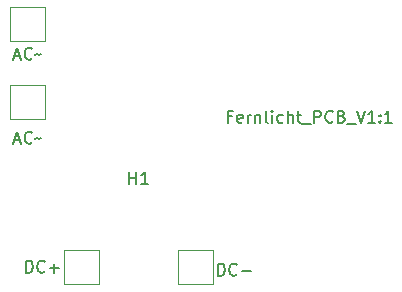
<source format=gbr>
%TF.GenerationSoftware,KiCad,Pcbnew,9.0.3*%
%TF.CreationDate,2025-12-28T20:16:34+01:00*%
%TF.ProjectId,Gleichrichter_Fernlicht,476c6569-6368-4726-9963-687465725f46,rev?*%
%TF.SameCoordinates,Original*%
%TF.FileFunction,Legend,Top*%
%TF.FilePolarity,Positive*%
%FSLAX46Y46*%
G04 Gerber Fmt 4.6, Leading zero omitted, Abs format (unit mm)*
G04 Created by KiCad (PCBNEW 9.0.3) date 2025-12-28 20:16:34*
%MOMM*%
%LPD*%
G01*
G04 APERTURE LIST*
%ADD10C,0.150000*%
%ADD11C,0.200000*%
%ADD12C,0.120000*%
%ADD13C,5.000000*%
%ADD14R,2.500000X2.500000*%
G04 APERTURE END LIST*
D10*
X152408761Y-107881009D02*
X152075428Y-107881009D01*
X152075428Y-108404819D02*
X152075428Y-107404819D01*
X152075428Y-107404819D02*
X152551618Y-107404819D01*
X153313523Y-108357200D02*
X153218285Y-108404819D01*
X153218285Y-108404819D02*
X153027809Y-108404819D01*
X153027809Y-108404819D02*
X152932571Y-108357200D01*
X152932571Y-108357200D02*
X152884952Y-108261961D01*
X152884952Y-108261961D02*
X152884952Y-107881009D01*
X152884952Y-107881009D02*
X152932571Y-107785771D01*
X152932571Y-107785771D02*
X153027809Y-107738152D01*
X153027809Y-107738152D02*
X153218285Y-107738152D01*
X153218285Y-107738152D02*
X153313523Y-107785771D01*
X153313523Y-107785771D02*
X153361142Y-107881009D01*
X153361142Y-107881009D02*
X153361142Y-107976247D01*
X153361142Y-107976247D02*
X152884952Y-108071485D01*
X153789714Y-108404819D02*
X153789714Y-107738152D01*
X153789714Y-107928628D02*
X153837333Y-107833390D01*
X153837333Y-107833390D02*
X153884952Y-107785771D01*
X153884952Y-107785771D02*
X153980190Y-107738152D01*
X153980190Y-107738152D02*
X154075428Y-107738152D01*
X154408762Y-107738152D02*
X154408762Y-108404819D01*
X154408762Y-107833390D02*
X154456381Y-107785771D01*
X154456381Y-107785771D02*
X154551619Y-107738152D01*
X154551619Y-107738152D02*
X154694476Y-107738152D01*
X154694476Y-107738152D02*
X154789714Y-107785771D01*
X154789714Y-107785771D02*
X154837333Y-107881009D01*
X154837333Y-107881009D02*
X154837333Y-108404819D01*
X155456381Y-108404819D02*
X155361143Y-108357200D01*
X155361143Y-108357200D02*
X155313524Y-108261961D01*
X155313524Y-108261961D02*
X155313524Y-107404819D01*
X155837334Y-108404819D02*
X155837334Y-107738152D01*
X155837334Y-107404819D02*
X155789715Y-107452438D01*
X155789715Y-107452438D02*
X155837334Y-107500057D01*
X155837334Y-107500057D02*
X155884953Y-107452438D01*
X155884953Y-107452438D02*
X155837334Y-107404819D01*
X155837334Y-107404819D02*
X155837334Y-107500057D01*
X156742095Y-108357200D02*
X156646857Y-108404819D01*
X156646857Y-108404819D02*
X156456381Y-108404819D01*
X156456381Y-108404819D02*
X156361143Y-108357200D01*
X156361143Y-108357200D02*
X156313524Y-108309580D01*
X156313524Y-108309580D02*
X156265905Y-108214342D01*
X156265905Y-108214342D02*
X156265905Y-107928628D01*
X156265905Y-107928628D02*
X156313524Y-107833390D01*
X156313524Y-107833390D02*
X156361143Y-107785771D01*
X156361143Y-107785771D02*
X156456381Y-107738152D01*
X156456381Y-107738152D02*
X156646857Y-107738152D01*
X156646857Y-107738152D02*
X156742095Y-107785771D01*
X157170667Y-108404819D02*
X157170667Y-107404819D01*
X157599238Y-108404819D02*
X157599238Y-107881009D01*
X157599238Y-107881009D02*
X157551619Y-107785771D01*
X157551619Y-107785771D02*
X157456381Y-107738152D01*
X157456381Y-107738152D02*
X157313524Y-107738152D01*
X157313524Y-107738152D02*
X157218286Y-107785771D01*
X157218286Y-107785771D02*
X157170667Y-107833390D01*
X157932572Y-107738152D02*
X158313524Y-107738152D01*
X158075429Y-107404819D02*
X158075429Y-108261961D01*
X158075429Y-108261961D02*
X158123048Y-108357200D01*
X158123048Y-108357200D02*
X158218286Y-108404819D01*
X158218286Y-108404819D02*
X158313524Y-108404819D01*
X158408763Y-108500057D02*
X159170667Y-108500057D01*
X159408763Y-108404819D02*
X159408763Y-107404819D01*
X159408763Y-107404819D02*
X159789715Y-107404819D01*
X159789715Y-107404819D02*
X159884953Y-107452438D01*
X159884953Y-107452438D02*
X159932572Y-107500057D01*
X159932572Y-107500057D02*
X159980191Y-107595295D01*
X159980191Y-107595295D02*
X159980191Y-107738152D01*
X159980191Y-107738152D02*
X159932572Y-107833390D01*
X159932572Y-107833390D02*
X159884953Y-107881009D01*
X159884953Y-107881009D02*
X159789715Y-107928628D01*
X159789715Y-107928628D02*
X159408763Y-107928628D01*
X160980191Y-108309580D02*
X160932572Y-108357200D01*
X160932572Y-108357200D02*
X160789715Y-108404819D01*
X160789715Y-108404819D02*
X160694477Y-108404819D01*
X160694477Y-108404819D02*
X160551620Y-108357200D01*
X160551620Y-108357200D02*
X160456382Y-108261961D01*
X160456382Y-108261961D02*
X160408763Y-108166723D01*
X160408763Y-108166723D02*
X160361144Y-107976247D01*
X160361144Y-107976247D02*
X160361144Y-107833390D01*
X160361144Y-107833390D02*
X160408763Y-107642914D01*
X160408763Y-107642914D02*
X160456382Y-107547676D01*
X160456382Y-107547676D02*
X160551620Y-107452438D01*
X160551620Y-107452438D02*
X160694477Y-107404819D01*
X160694477Y-107404819D02*
X160789715Y-107404819D01*
X160789715Y-107404819D02*
X160932572Y-107452438D01*
X160932572Y-107452438D02*
X160980191Y-107500057D01*
X161742096Y-107881009D02*
X161884953Y-107928628D01*
X161884953Y-107928628D02*
X161932572Y-107976247D01*
X161932572Y-107976247D02*
X161980191Y-108071485D01*
X161980191Y-108071485D02*
X161980191Y-108214342D01*
X161980191Y-108214342D02*
X161932572Y-108309580D01*
X161932572Y-108309580D02*
X161884953Y-108357200D01*
X161884953Y-108357200D02*
X161789715Y-108404819D01*
X161789715Y-108404819D02*
X161408763Y-108404819D01*
X161408763Y-108404819D02*
X161408763Y-107404819D01*
X161408763Y-107404819D02*
X161742096Y-107404819D01*
X161742096Y-107404819D02*
X161837334Y-107452438D01*
X161837334Y-107452438D02*
X161884953Y-107500057D01*
X161884953Y-107500057D02*
X161932572Y-107595295D01*
X161932572Y-107595295D02*
X161932572Y-107690533D01*
X161932572Y-107690533D02*
X161884953Y-107785771D01*
X161884953Y-107785771D02*
X161837334Y-107833390D01*
X161837334Y-107833390D02*
X161742096Y-107881009D01*
X161742096Y-107881009D02*
X161408763Y-107881009D01*
X162170668Y-108500057D02*
X162932572Y-108500057D01*
X163027811Y-107404819D02*
X163361144Y-108404819D01*
X163361144Y-108404819D02*
X163694477Y-107404819D01*
X164551620Y-108404819D02*
X163980192Y-108404819D01*
X164265906Y-108404819D02*
X164265906Y-107404819D01*
X164265906Y-107404819D02*
X164170668Y-107547676D01*
X164170668Y-107547676D02*
X164075430Y-107642914D01*
X164075430Y-107642914D02*
X163980192Y-107690533D01*
X164980192Y-108309580D02*
X165027811Y-108357200D01*
X165027811Y-108357200D02*
X164980192Y-108404819D01*
X164980192Y-108404819D02*
X164932573Y-108357200D01*
X164932573Y-108357200D02*
X164980192Y-108309580D01*
X164980192Y-108309580D02*
X164980192Y-108404819D01*
X164980192Y-107785771D02*
X165027811Y-107833390D01*
X165027811Y-107833390D02*
X164980192Y-107881009D01*
X164980192Y-107881009D02*
X164932573Y-107833390D01*
X164932573Y-107833390D02*
X164980192Y-107785771D01*
X164980192Y-107785771D02*
X164980192Y-107881009D01*
X165980191Y-108404819D02*
X165408763Y-108404819D01*
X165694477Y-108404819D02*
X165694477Y-107404819D01*
X165694477Y-107404819D02*
X165599239Y-107547676D01*
X165599239Y-107547676D02*
X165504001Y-107642914D01*
X165504001Y-107642914D02*
X165408763Y-107690533D01*
D11*
X135017048Y-121102219D02*
X135017048Y-120102219D01*
X135017048Y-120102219D02*
X135255143Y-120102219D01*
X135255143Y-120102219D02*
X135398000Y-120149838D01*
X135398000Y-120149838D02*
X135493238Y-120245076D01*
X135493238Y-120245076D02*
X135540857Y-120340314D01*
X135540857Y-120340314D02*
X135588476Y-120530790D01*
X135588476Y-120530790D02*
X135588476Y-120673647D01*
X135588476Y-120673647D02*
X135540857Y-120864123D01*
X135540857Y-120864123D02*
X135493238Y-120959361D01*
X135493238Y-120959361D02*
X135398000Y-121054600D01*
X135398000Y-121054600D02*
X135255143Y-121102219D01*
X135255143Y-121102219D02*
X135017048Y-121102219D01*
X136588476Y-121006980D02*
X136540857Y-121054600D01*
X136540857Y-121054600D02*
X136398000Y-121102219D01*
X136398000Y-121102219D02*
X136302762Y-121102219D01*
X136302762Y-121102219D02*
X136159905Y-121054600D01*
X136159905Y-121054600D02*
X136064667Y-120959361D01*
X136064667Y-120959361D02*
X136017048Y-120864123D01*
X136017048Y-120864123D02*
X135969429Y-120673647D01*
X135969429Y-120673647D02*
X135969429Y-120530790D01*
X135969429Y-120530790D02*
X136017048Y-120340314D01*
X136017048Y-120340314D02*
X136064667Y-120245076D01*
X136064667Y-120245076D02*
X136159905Y-120149838D01*
X136159905Y-120149838D02*
X136302762Y-120102219D01*
X136302762Y-120102219D02*
X136398000Y-120102219D01*
X136398000Y-120102219D02*
X136540857Y-120149838D01*
X136540857Y-120149838D02*
X136588476Y-120197457D01*
X137017048Y-120721266D02*
X137778953Y-120721266D01*
X137398000Y-121102219D02*
X137398000Y-120340314D01*
X134032762Y-109894504D02*
X134508952Y-109894504D01*
X133937524Y-110180219D02*
X134270857Y-109180219D01*
X134270857Y-109180219D02*
X134604190Y-110180219D01*
X135508952Y-110084980D02*
X135461333Y-110132600D01*
X135461333Y-110132600D02*
X135318476Y-110180219D01*
X135318476Y-110180219D02*
X135223238Y-110180219D01*
X135223238Y-110180219D02*
X135080381Y-110132600D01*
X135080381Y-110132600D02*
X134985143Y-110037361D01*
X134985143Y-110037361D02*
X134937524Y-109942123D01*
X134937524Y-109942123D02*
X134889905Y-109751647D01*
X134889905Y-109751647D02*
X134889905Y-109608790D01*
X134889905Y-109608790D02*
X134937524Y-109418314D01*
X134937524Y-109418314D02*
X134985143Y-109323076D01*
X134985143Y-109323076D02*
X135080381Y-109227838D01*
X135080381Y-109227838D02*
X135223238Y-109180219D01*
X135223238Y-109180219D02*
X135318476Y-109180219D01*
X135318476Y-109180219D02*
X135461333Y-109227838D01*
X135461333Y-109227838D02*
X135508952Y-109275457D01*
X135794667Y-109799266D02*
X135842286Y-109751647D01*
X135842286Y-109751647D02*
X135937524Y-109704028D01*
X135937524Y-109704028D02*
X136128000Y-109799266D01*
X136128000Y-109799266D02*
X136223238Y-109751647D01*
X136223238Y-109751647D02*
X136270857Y-109704028D01*
X151273048Y-121356219D02*
X151273048Y-120356219D01*
X151273048Y-120356219D02*
X151511143Y-120356219D01*
X151511143Y-120356219D02*
X151654000Y-120403838D01*
X151654000Y-120403838D02*
X151749238Y-120499076D01*
X151749238Y-120499076D02*
X151796857Y-120594314D01*
X151796857Y-120594314D02*
X151844476Y-120784790D01*
X151844476Y-120784790D02*
X151844476Y-120927647D01*
X151844476Y-120927647D02*
X151796857Y-121118123D01*
X151796857Y-121118123D02*
X151749238Y-121213361D01*
X151749238Y-121213361D02*
X151654000Y-121308600D01*
X151654000Y-121308600D02*
X151511143Y-121356219D01*
X151511143Y-121356219D02*
X151273048Y-121356219D01*
X152844476Y-121260980D02*
X152796857Y-121308600D01*
X152796857Y-121308600D02*
X152654000Y-121356219D01*
X152654000Y-121356219D02*
X152558762Y-121356219D01*
X152558762Y-121356219D02*
X152415905Y-121308600D01*
X152415905Y-121308600D02*
X152320667Y-121213361D01*
X152320667Y-121213361D02*
X152273048Y-121118123D01*
X152273048Y-121118123D02*
X152225429Y-120927647D01*
X152225429Y-120927647D02*
X152225429Y-120784790D01*
X152225429Y-120784790D02*
X152273048Y-120594314D01*
X152273048Y-120594314D02*
X152320667Y-120499076D01*
X152320667Y-120499076D02*
X152415905Y-120403838D01*
X152415905Y-120403838D02*
X152558762Y-120356219D01*
X152558762Y-120356219D02*
X152654000Y-120356219D01*
X152654000Y-120356219D02*
X152796857Y-120403838D01*
X152796857Y-120403838D02*
X152844476Y-120451457D01*
X153273048Y-120975266D02*
X154034953Y-120975266D01*
X134032762Y-102782504D02*
X134508952Y-102782504D01*
X133937524Y-103068219D02*
X134270857Y-102068219D01*
X134270857Y-102068219D02*
X134604190Y-103068219D01*
X135508952Y-102972980D02*
X135461333Y-103020600D01*
X135461333Y-103020600D02*
X135318476Y-103068219D01*
X135318476Y-103068219D02*
X135223238Y-103068219D01*
X135223238Y-103068219D02*
X135080381Y-103020600D01*
X135080381Y-103020600D02*
X134985143Y-102925361D01*
X134985143Y-102925361D02*
X134937524Y-102830123D01*
X134937524Y-102830123D02*
X134889905Y-102639647D01*
X134889905Y-102639647D02*
X134889905Y-102496790D01*
X134889905Y-102496790D02*
X134937524Y-102306314D01*
X134937524Y-102306314D02*
X134985143Y-102211076D01*
X134985143Y-102211076D02*
X135080381Y-102115838D01*
X135080381Y-102115838D02*
X135223238Y-102068219D01*
X135223238Y-102068219D02*
X135318476Y-102068219D01*
X135318476Y-102068219D02*
X135461333Y-102115838D01*
X135461333Y-102115838D02*
X135508952Y-102163457D01*
X135794667Y-102687266D02*
X135842286Y-102639647D01*
X135842286Y-102639647D02*
X135937524Y-102592028D01*
X135937524Y-102592028D02*
X136128000Y-102687266D01*
X136128000Y-102687266D02*
X136223238Y-102639647D01*
X136223238Y-102639647D02*
X136270857Y-102592028D01*
D10*
X143764095Y-113580819D02*
X143764095Y-112580819D01*
X143764095Y-113057009D02*
X144335523Y-113057009D01*
X144335523Y-113580819D02*
X144335523Y-112580819D01*
X145335523Y-113580819D02*
X144764095Y-113580819D01*
X145049809Y-113580819D02*
X145049809Y-112580819D01*
X145049809Y-112580819D02*
X144954571Y-112723676D01*
X144954571Y-112723676D02*
X144859333Y-112818914D01*
X144859333Y-112818914D02*
X144764095Y-112866533D01*
D12*
%TO.C,TP8*%
X133678000Y-108130000D02*
X133678000Y-105230000D01*
X133678000Y-105230000D02*
X136578000Y-105230000D01*
X136578000Y-108130000D02*
X133678000Y-108130000D01*
X136578000Y-105230000D02*
X136578000Y-108130000D01*
%TO.C,TP7*%
X141150000Y-119200000D02*
X141150000Y-122100000D01*
X141150000Y-122100000D02*
X138250000Y-122100000D01*
X138250000Y-119200000D02*
X141150000Y-119200000D01*
X138250000Y-122100000D02*
X138250000Y-119200000D01*
%TO.C,TP6*%
X150802000Y-119200000D02*
X150802000Y-122100000D01*
X147902000Y-122100000D02*
X147902000Y-119200000D01*
X150802000Y-122100000D02*
X147902000Y-122100000D01*
X147902000Y-119200000D02*
X150802000Y-119200000D01*
%TO.C,TP5*%
X133678000Y-101526000D02*
X133678000Y-98626000D01*
X133678000Y-98626000D02*
X136578000Y-98626000D01*
X136578000Y-101526000D02*
X133678000Y-101526000D01*
X136578000Y-98626000D02*
X136578000Y-101526000D01*
%TD*%
%LPC*%
D13*
%TO.C,H1*%
X144526000Y-119126000D03*
%TD*%
D14*
%TO.C,TP8*%
X135128000Y-106680000D03*
%TD*%
%TO.C,TP7*%
X139700000Y-120650000D03*
%TD*%
%TO.C,TP6*%
X149352000Y-120650000D03*
%TD*%
%TO.C,TP5*%
X135128000Y-100076000D03*
%TD*%
%LPD*%
M02*

</source>
